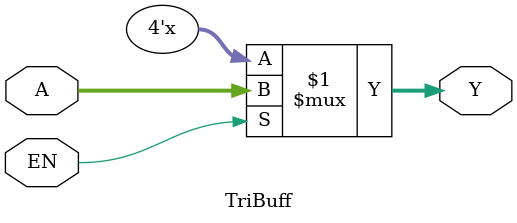
<source format=v>

module TriBuff(input wire[3:0] A, input wire EN, output wire[3:0] Y);

 assign Y= EN ? A : 4'bz;

endmodule // TriBuff

</source>
